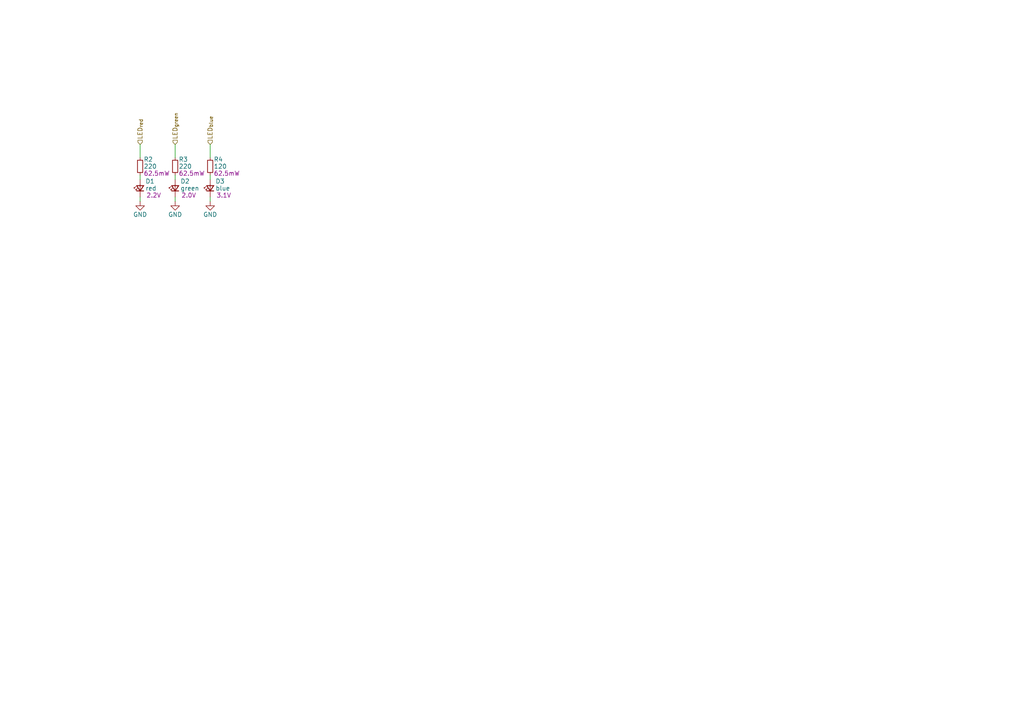
<source format=kicad_sch>
(kicad_sch (version 20231120) (generator "eeschema") (generator_version "8.0")
  (paper "A4")
  (title_block (rev "1.0"))
  (lib_symbols
    (symbol "Device:LED_Small" (pin_numbers hide) (pin_names (offset 0.254) hide)
      (property "Reference" "D" (at -1.27 3.175 0))
      (property "Value" "LED_Small" (at -4.445 -2.54 0))
      (symbol "LED_Small_0_1"
        (polyline (pts (xy -0.762 -1.016) (xy -0.762 1.016)) (stroke (width 0.254)))
        (polyline (pts (xy 1.016 0) (xy -0.762 0)))
        (polyline (pts (xy 0.762 -1.016) (xy -0.762 0) (xy 0.762 1.016) (xy 0.762 -1.016)) (stroke (width 0.254)))
        (polyline (pts (xy 0 0.762) (xy -0.508 1.27) (xy -0.254 1.27) (xy -0.508 1.27) (xy -0.508 1.016)))
        (polyline (pts (xy 0.508 1.27) (xy 0 1.778) (xy 0.254 1.778) (xy 0 1.778) (xy 0 1.524)))
      )
      (symbol "LED_Small_1_1"
        (pin passive line (at -2.54 0 0) (length 1.778) (name "K") (number "1"))
        (pin passive line (at 2.54 0 180) (length 1.778) (name "A") (number "2"))
      )
    )
    (symbol "Device:R_Small" (pin_numbers hide) (pin_names (offset 0.254) hide)
      (property "Reference" "R" (at 0.762 0.508 0))
      (property "Value" "R_Small" (at 0.762 -1.016 0))
      (symbol "R_Small_0_1"
        (rectangle (start -0.762 1.778) (end 0.762 -1.778) (stroke (width 0.2032)))
      )
      (symbol "R_Small_1_1"
        (pin passive line (at 0 2.54 270) (length 0.762) (name "~") (number "1"))
        (pin passive line (at 0 -2.54 90) (length 0.762) (name "~") (number "2"))
      )
    )
    (symbol "power:GND" (power) (pin_numbers hide) (pin_names (offset 0) hide)
      (property "Value" "GND" (at 0 -3.81 0))
      (symbol "GND_0_1"
        (polyline (pts (xy 0 0) (xy 0 -1.27) (xy 1.27 -1.27) (xy 0 -2.54) (xy -1.27 -1.27) (xy 0 -1.27)))
      )
      (symbol "GND_1_1"
        (pin power_in line (at 0 0 270) (length 0) (name "~") (number "1"))
      )
    )
  )
  (wire (pts (xy 60.96 57.15) (xy 60.96 58.42)))
  (wire (pts (xy 50.8 41.91) (xy 50.8 45.72)))
  (wire (pts (xy 50.8 50.8) (xy 50.8 52.07)))
  (wire (pts (xy 60.96 50.8) (xy 60.96 52.07)))
  (wire (pts (xy 60.96 41.91) (xy 60.96 45.72)))
  (wire (pts (xy 50.8 57.15) (xy 50.8 58.42)))
  (wire (pts (xy 40.64 57.15) (xy 40.64 58.42)))
  (wire (pts (xy 40.64 41.91) (xy 40.64 45.72)))
  (wire (pts (xy 40.64 50.8) (xy 40.64 52.07)))
  (hierarchical_label "LED_{red}" (shape input) (at 40.64 41.91 90))
  (hierarchical_label "LED_{green}" (shape input) (at 50.8 41.91 90))
  (hierarchical_label "LED_{blue}" (shape input) (at 60.96 41.91 90))
  (symbol (lib_id "Device:R_Small") (at 40.64 48.26 0) (unit 1)
    (property "Reference" "R2" (at 41.656 46.228 0) (effects (justify left)))
    (property "Value" "220" (at 41.656 48.26 0) (effects (justify left)))
    (property "Footprint" "Resistor_SMD:R_0402_1005Metric" (effects (hide yes)))
    (property "Description" "Resistor, small symbol" (effects (hide yes)))
    (property "Power" "62.5mW" (at 41.656 50.292 0) (effects (justify left)))
    (property "LCSC Part #" "C25091" (effects (hide yes)))
    (property "extended" "no" (effects (hide yes)))
    (instances (project "prototype-test" (path "" (reference "R2") (unit 1)) (path "" (reference "R5") (unit 1)) (path "" (reference "R9") (unit 1))))
  )
  (symbol (lib_id "power:GND") (at 50.8 58.42 0) (unit 1)
    (property "Reference" "#PWR05" (effects (hide yes)))
    (property "Value" "GND" (at 50.8 62.23 0))
    (property "Description" "Power symbol creates a global label with name \"GND\" , ground" (effects (hide yes)))
    (instances (project "prototype-test" (path "" (reference "#PWR05") (unit 1)) (path "" (reference "#PWR012") (unit 1)) (path "" (reference "#PWR026") (unit 1))))
  )
  (symbol (lib_id "Device:R_Small") (at 60.96 48.26 0) (unit 1)
    (property "Reference" "R4" (at 61.976 46.228 0) (effects (justify left)))
    (property "Value" "120" (at 61.976 48.26 0) (effects (justify left)))
    (property "Footprint" "Resistor_SMD:R_0402_1005Metric" (effects (hide yes)))
    (property "Description" "Resistor, small symbol" (effects (hide yes)))
    (property "Power" "62.5mW" (at 61.976 50.292 0) (effects (justify left)))
    (property "LCSC Part #" "C25079" (effects (hide yes)))
    (property "extended" "no" (effects (hide yes)))
    (instances (project "prototype-test" (path "" (reference "R4") (unit 1)) (path "" (reference "R8") (unit 1)) (path "" (reference "R11") (unit 1))))
  )
  (symbol (lib_id "Device:LED_Small") (at 60.96 54.61 90) (unit 1)
    (property "Reference" "D3" (at 62.484 52.578 90) (effects (justify right)))
    (property "Value" "blue" (at 62.484 54.61 90) (effects (justify right)))
    (property "Footprint" "LED_SMD:LED_0603_1608Metric" (effects (hide yes)))
    (property "Description" "Light emitting diode, small symbol" (effects (hide yes)))
    (property "Voltage" "3.1V" (at 62.738 56.642 90) (effects (justify right)))
    (property "LCSC Part #" "C19171394" (effects (hide yes)))
    (property "extended" "yes" (effects (hide yes)))
    (instances (project "prototype-test" (path "" (reference "D3") (unit 1)) (path "" (reference "D6") (unit 1)) (path "" (reference "D9") (unit 1))))
  )
  (symbol (lib_id "Device:R_Small") (at 50.8 48.26 0) (unit 1)
    (property "Reference" "R3" (at 51.816 46.228 0) (effects (justify left)))
    (property "Value" "220" (at 51.816 48.26 0) (effects (justify left)))
    (property "Footprint" "Resistor_SMD:R_0402_1005Metric" (effects (hide yes)))
    (property "Description" "Resistor, small symbol" (effects (hide yes)))
    (property "Power" "62.5mW" (at 51.816 50.292 0) (effects (justify left)))
    (property "LCSC Part #" "C25091" (effects (hide yes)))
    (property "extended" "no" (effects (hide yes)))
    (instances (project "prototype-test" (path "" (reference "R3") (unit 1)) (path "" (reference "R6") (unit 1)) (path "" (reference "R10") (unit 1))))
  )
  (symbol (lib_id "Device:LED_Small") (at 40.64 54.61 90) (unit 1)
    (property "Reference" "D1" (at 42.164 52.578 90) (effects (justify right)))
    (property "Value" "red" (at 42.164 54.61 90) (effects (justify right)))
    (property "Footprint" "LED_SMD:LED_0603_1608Metric" (effects (hide yes)))
    (property "Description" "Light emitting diode, small symbol" (effects (hide yes)))
    (property "Voltage" "2.2V" (at 42.418 56.642 90) (effects (justify right)))
    (property "LCSC Part #" "C2286" (effects (hide yes)))
    (property "extended" "no" (effects (hide yes)))
    (instances (project "prototype-test" (path "" (reference "D1") (unit 1)) (path "" (reference "D4") (unit 1)) (path "" (reference "D7") (unit 1))))
  )
  (symbol (lib_id "power:GND") (at 40.64 58.42 0) (unit 1)
    (property "Reference" "#PWR04" (effects (hide yes)))
    (property "Value" "GND" (at 40.64 62.23 0))
    (property "Description" "Power symbol creates a global label with name \"GND\" , ground" (effects (hide yes)))
    (instances (project "prototype-test" (path "" (reference "#PWR04") (unit 1)) (path "" (reference "#PWR011") (unit 1)) (path "" (reference "#PWR024") (unit 1))))
  )
  (symbol (lib_id "Device:LED_Small") (at 50.8 54.61 90) (unit 1)
    (property "Reference" "D2" (at 52.324 52.578 90) (effects (justify right)))
    (property "Value" "green" (at 52.324 54.61 90) (effects (justify right)))
    (property "Footprint" "LED_SMD:LED_0603_1608Metric" (effects (hide yes)))
    (property "Description" "Light emitting diode, small symbol" (effects (hide yes)))
    (property "Voltage" "2.0V" (at 52.578 56.642 90) (effects (justify right)))
    (property "LCSC Part #" "C84264" (effects (hide yes)))
    (property "extended" "yes" (effects (hide yes)))
    (instances (project "prototype-test" (path "" (reference "D2") (unit 1)) (path "" (reference "D5") (unit 1)) (path "" (reference "D8") (unit 1))))
  )
  (symbol (lib_id "power:GND") (at 60.96 58.42 0) (unit 1)
    (property "Reference" "#PWR09" (effects (hide yes)))
    (property "Value" "GND" (at 60.96 62.23 0))
    (property "Description" "Power symbol creates a global label with name \"GND\" , ground" (effects (hide yes)))
    (instances (project "prototype-test" (path "" (reference "#PWR09") (unit 1)) (path "" (reference "#PWR014") (unit 1)) (path "" (reference "#PWR028") (unit 1))))
  )
)
</source>
